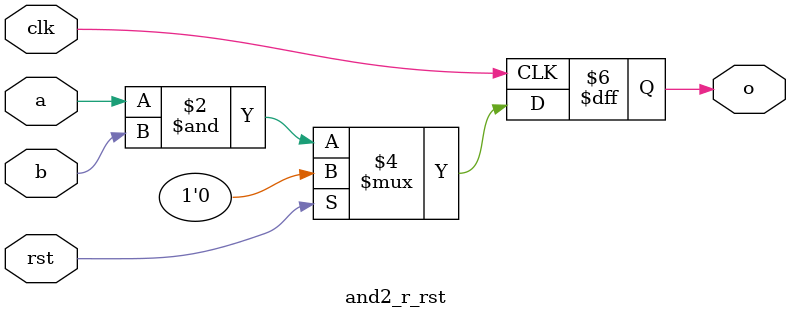
<source format=v>
module and2_r_rst(
    input a,
    input b,
    input clk,
    input rst,
    output reg o
);

always @ (posedge clk) begin
    if (rst)
        o <= 1'b0;
    else
        o <= a & b;
end

endmodule
</source>
